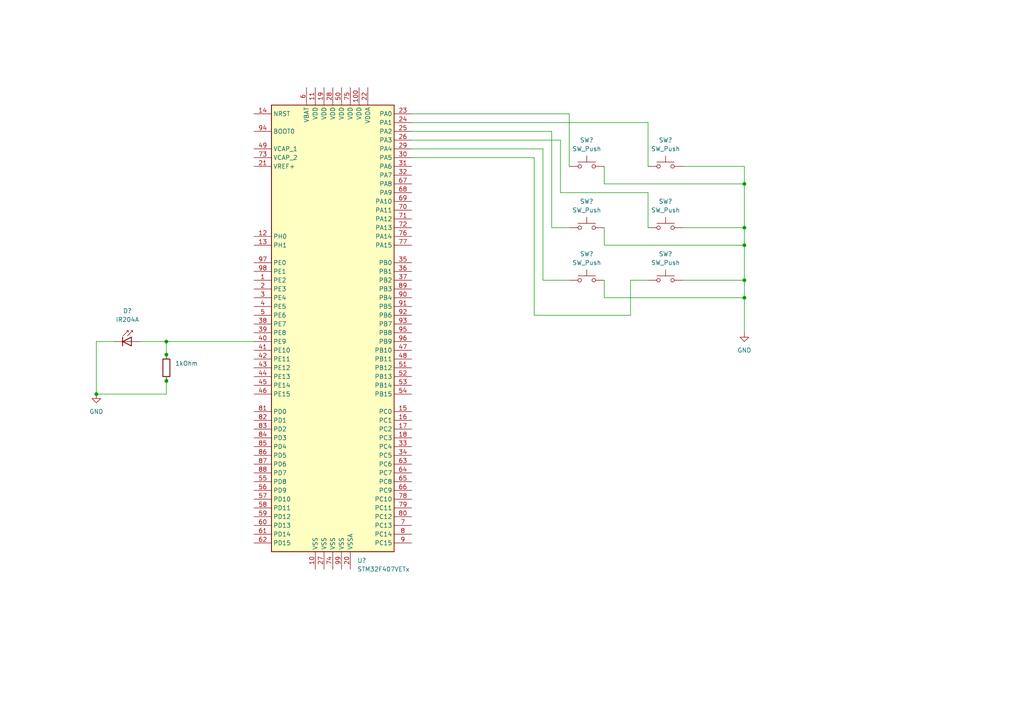
<source format=kicad_sch>
(kicad_sch (version 20211123) (generator eeschema)
  (paper "A4")
  (lib_symbols
    (symbol "Device:R" (pin_numbers hide) (pin_names (offset 0))
      (property "Reference" "R" (at 2.032 0 90))
      (property "Value" "R" (at 0 0 90))
      (symbol "R_0_1"
        (rectangle (start -1.016 -2.54) (end 1.016 2.54) (stroke (width 0.254)))
      )
      (symbol "R_1_1"
        (pin passive line (at 0 3.81 270) (length 1.27) (name "~") (number "1"))
        (pin passive line (at 0 -3.81 90) (length 1.27) (name "~") (number "2"))
      )
    )
    (symbol "LED:IR204A" (pin_numbers hide) (pin_names (offset 1.016) hide)
      (property "Reference" "D" (at 0.508 1.778 0))
      (property "Value" "IR204A" (at -1.016 -2.794 0))
      (symbol "IR204A_0_1"
        (polyline (pts (xy -2.54 1.27) (xy -2.54 -1.27)) (stroke (width 0.254)))
        (polyline (pts (xy 0 0) (xy -2.54 0)))
        (polyline (pts (xy 0.381 3.175) (xy -0.127 3.175)))
        (polyline (pts (xy -1.143 1.651) (xy 0.381 3.175) (xy 0.381 2.667)))
        (polyline (pts (xy 0 1.27) (xy -2.54 0) (xy 0 -1.27) (xy 0 1.27)) (stroke (width 0.254)))
        (polyline (pts (xy -2.413 1.651) (xy -0.889 3.175) (xy -0.889 2.667) (xy -0.889 3.175) (xy -1.397 3.175)))
      )
      (symbol "IR204A_1_1"
        (pin passive line (at -5.08 0 0) (length 2.54) (name "K") (number "1"))
        (pin passive line (at 2.54 0 180) (length 2.54) (name "A") (number "2"))
      )
    )
    (symbol "MCU_ST_STM32F4:STM32F407VETx"
      (property "Reference" "U" (at -17.78 64.77 0))
      (property "Value" "STM32F407VETx" (at 12.7 64.77 0))
      (symbol "STM32F407VETx_0_1"
        (rectangle (start -17.78 -66.04) (end 17.78 63.5) (stroke (width 0.254)) (fill (type background)))
      )
      (symbol "STM32F407VETx_1_1"
        (pin bidirectional line (at -22.86 12.7 0) (length 5.08) (name "PE2") (number "1"))
        (pin power_in line (at -5.08 -71.12 90) (length 5.08) (name "VSS") (number "10"))
        (pin power_in line (at 7.62 68.58 270) (length 5.08) (name "VDD") (number "100"))
        (pin power_in line (at -5.08 68.58 270) (length 5.08) (name "VDD") (number "11"))
        (pin input line (at -22.86 25.4 0) (length 5.08) (name "PH0") (number "12"))
        (pin input line (at -22.86 22.86 0) (length 5.08) (name "PH1") (number "13"))
        (pin input line (at -22.86 60.96 0) (length 5.08) (name "NRST") (number "14"))
        (pin bidirectional line (at 22.86 -25.4 180) (length 5.08) (name "PC0") (number "15"))
        (pin bidirectional line (at 22.86 -27.94 180) (length 5.08) (name "PC1") (number "16"))
        (pin bidirectional line (at 22.86 -30.48 180) (length 5.08) (name "PC2") (number "17"))
        (pin bidirectional line (at 22.86 -33.02 180) (length 5.08) (name "PC3") (number "18"))
        (pin power_in line (at -2.54 68.58 270) (length 5.08) (name "VDD") (number "19"))
        (pin bidirectional line (at -22.86 10.16 0) (length 5.08) (name "PE3") (number "2"))
        (pin power_in line (at 5.08 -71.12 90) (length 5.08) (name "VSSA") (number "20"))
        (pin power_in line (at -22.86 45.72 0) (length 5.08) (name "VREF+") (number "21"))
        (pin power_in line (at 10.16 68.58 270) (length 5.08) (name "VDDA") (number "22"))
        (pin bidirectional line (at 22.86 60.96 180) (length 5.08) (name "PA0") (number "23"))
        (pin bidirectional line (at 22.86 58.42 180) (length 5.08) (name "PA1") (number "24"))
        (pin bidirectional line (at 22.86 55.88 180) (length 5.08) (name "PA2") (number "25"))
        (pin bidirectional line (at 22.86 53.34 180) (length 5.08) (name "PA3") (number "26"))
        (pin power_in line (at -2.54 -71.12 90) (length 5.08) (name "VSS") (number "27"))
        (pin power_in line (at 0 68.58 270) (length 5.08) (name "VDD") (number "28"))
        (pin bidirectional line (at 22.86 50.8 180) (length 5.08) (name "PA4") (number "29"))
        (pin bidirectional line (at -22.86 7.62 0) (length 5.08) (name "PE4") (number "3"))
        (pin bidirectional line (at 22.86 48.26 180) (length 5.08) (name "PA5") (number "30"))
        (pin bidirectional line (at 22.86 45.72 180) (length 5.08) (name "PA6") (number "31"))
        (pin bidirectional line (at 22.86 43.18 180) (length 5.08) (name "PA7") (number "32"))
        (pin bidirectional line (at 22.86 -35.56 180) (length 5.08) (name "PC4") (number "33"))
        (pin bidirectional line (at 22.86 -38.1 180) (length 5.08) (name "PC5") (number "34"))
        (pin bidirectional line (at 22.86 17.78 180) (length 5.08) (name "PB0") (number "35"))
        (pin bidirectional line (at 22.86 15.24 180) (length 5.08) (name "PB1") (number "36"))
        (pin bidirectional line (at 22.86 12.7 180) (length 5.08) (name "PB2") (number "37"))
        (pin bidirectional line (at -22.86 0 0) (length 5.08) (name "PE7") (number "38"))
        (pin bidirectional line (at -22.86 -2.54 0) (length 5.08) (name "PE8") (number "39"))
        (pin bidirectional line (at -22.86 5.08 0) (length 5.08) (name "PE5") (number "4"))
        (pin bidirectional line (at -22.86 -5.08 0) (length 5.08) (name "PE9") (number "40"))
        (pin bidirectional line (at -22.86 -7.62 0) (length 5.08) (name "PE10") (number "41"))
        (pin bidirectional line (at -22.86 -10.16 0) (length 5.08) (name "PE11") (number "42"))
        (pin bidirectional line (at -22.86 -12.7 0) (length 5.08) (name "PE12") (number "43"))
        (pin bidirectional line (at -22.86 -15.24 0) (length 5.08) (name "PE13") (number "44"))
        (pin bidirectional line (at -22.86 -17.78 0) (length 5.08) (name "PE14") (number "45"))
        (pin bidirectional line (at -22.86 -20.32 0) (length 5.08) (name "PE15") (number "46"))
        (pin bidirectional line (at 22.86 -7.62 180) (length 5.08) (name "PB10") (number "47"))
        (pin bidirectional line (at 22.86 -10.16 180) (length 5.08) (name "PB11") (number "48"))
        (pin power_in line (at -22.86 50.8 0) (length 5.08) (name "VCAP_1") (number "49"))
        (pin bidirectional line (at -22.86 2.54 0) (length 5.08) (name "PE6") (number "5"))
        (pin power_in line (at 2.54 68.58 270) (length 5.08) (name "VDD") (number "50"))
        (pin bidirectional line (at 22.86 -12.7 180) (length 5.08) (name "PB12") (number "51"))
        (pin bidirectional line (at 22.86 -15.24 180) (length 5.08) (name "PB13") (number "52"))
        (pin bidirectional line (at 22.86 -17.78 180) (length 5.08) (name "PB14") (number "53"))
        (pin bidirectional line (at 22.86 -20.32 180) (length 5.08) (name "PB15") (number "54"))
        (pin bidirectional line (at -22.86 -45.72 0) (length 5.08) (name "PD8") (number "55"))
        (pin bidirectional line (at -22.86 -48.26 0) (length 5.08) (name "PD9") (number "56"))
        (pin bidirectional line (at -22.86 -50.8 0) (length 5.08) (name "PD10") (number "57"))
        (pin bidirectional line (at -22.86 -53.34 0) (length 5.08) (name "PD11") (number "58"))
        (pin bidirectional line (at -22.86 -55.88 0) (length 5.08) (name "PD12") (number "59"))
        (pin power_in line (at -7.62 68.58 270) (length 5.08) (name "VBAT") (number "6"))
        (pin bidirectional line (at -22.86 -58.42 0) (length 5.08) (name "PD13") (number "60"))
        (pin bidirectional line (at -22.86 -60.96 0) (length 5.08) (name "PD14") (number "61"))
        (pin bidirectional line (at -22.86 -63.5 0) (length 5.08) (name "PD15") (number "62"))
        (pin bidirectional line (at 22.86 -40.64 180) (length 5.08) (name "PC6") (number "63"))
        (pin bidirectional line (at 22.86 -43.18 180) (length 5.08) (name "PC7") (number "64"))
        (pin bidirectional line (at 22.86 -45.72 180) (length 5.08) (name "PC8") (number "65"))
        (pin bidirectional line (at 22.86 -48.26 180) (length 5.08) (name "PC9") (number "66"))
        (pin bidirectional line (at 22.86 40.64 180) (length 5.08) (name "PA8") (number "67"))
        (pin bidirectional line (at 22.86 38.1 180) (length 5.08) (name "PA9") (number "68"))
        (pin bidirectional line (at 22.86 35.56 180) (length 5.08) (name "PA10") (number "69"))
        (pin bidirectional line (at 22.86 -58.42 180) (length 5.08) (name "PC13") (number "7"))
        (pin bidirectional line (at 22.86 33.02 180) (length 5.08) (name "PA11") (number "70"))
        (pin bidirectional line (at 22.86 30.48 180) (length 5.08) (name "PA12") (number "71"))
        (pin bidirectional line (at 22.86 27.94 180) (length 5.08) (name "PA13") (number "72"))
        (pin power_in line (at -22.86 48.26 0) (length 5.08) (name "VCAP_2") (number "73"))
        (pin power_in line (at 0 -71.12 90) (length 5.08) (name "VSS") (number "74"))
        (pin power_in line (at 5.08 68.58 270) (length 5.08) (name "VDD") (number "75"))
        (pin bidirectional line (at 22.86 25.4 180) (length 5.08) (name "PA14") (number "76"))
        (pin bidirectional line (at 22.86 22.86 180) (length 5.08) (name "PA15") (number "77"))
        (pin bidirectional line (at 22.86 -50.8 180) (length 5.08) (name "PC10") (number "78"))
        (pin bidirectional line (at 22.86 -53.34 180) (length 5.08) (name "PC11") (number "79"))
        (pin bidirectional line (at 22.86 -60.96 180) (length 5.08) (name "PC14") (number "8"))
        (pin bidirectional line (at 22.86 -55.88 180) (length 5.08) (name "PC12") (number "80"))
        (pin bidirectional line (at -22.86 -25.4 0) (length 5.08) (name "PD0") (number "81"))
        (pin bidirectional line (at -22.86 -27.94 0) (length 5.08) (name "PD1") (number "82"))
        (pin bidirectional line (at -22.86 -30.48 0) (length 5.08) (name "PD2") (number "83"))
        (pin bidirectional line (at -22.86 -33.02 0) (length 5.08) (name "PD3") (number "84"))
        (pin bidirectional line (at -22.86 -35.56 0) (length 5.08) (name "PD4") (number "85"))
        (pin bidirectional line (at -22.86 -38.1 0) (length 5.08) (name "PD5") (number "86"))
        (pin bidirectional line (at -22.86 -40.64 0) (length 5.08) (name "PD6") (number "87"))
        (pin bidirectional line (at -22.86 -43.18 0) (length 5.08) (name "PD7") (number "88"))
        (pin bidirectional line (at 22.86 10.16 180) (length 5.08) (name "PB3") (number "89"))
        (pin bidirectional line (at 22.86 -63.5 180) (length 5.08) (name "PC15") (number "9"))
        (pin bidirectional line (at 22.86 7.62 180) (length 5.08) (name "PB4") (number "90"))
        (pin bidirectional line (at 22.86 5.08 180) (length 5.08) (name "PB5") (number "91"))
        (pin bidirectional line (at 22.86 2.54 180) (length 5.08) (name "PB6") (number "92"))
        (pin bidirectional line (at 22.86 0 180) (length 5.08) (name "PB7") (number "93"))
        (pin input line (at -22.86 55.88 0) (length 5.08) (name "BOOT0") (number "94"))
        (pin bidirectional line (at 22.86 -2.54 180) (length 5.08) (name "PB8") (number "95"))
        (pin bidirectional line (at 22.86 -5.08 180) (length 5.08) (name "PB9") (number "96"))
        (pin bidirectional line (at -22.86 17.78 0) (length 5.08) (name "PE0") (number "97"))
        (pin bidirectional line (at -22.86 15.24 0) (length 5.08) (name "PE1") (number "98"))
        (pin power_in line (at 2.54 -71.12 90) (length 5.08) (name "VSS") (number "99"))
      )
    )
    (symbol "Switch:SW_Push" (pin_numbers hide) (pin_names (offset 1.016) hide)
      (property "Reference" "SW" (at 1.27 2.54 0))
      (property "Value" "SW_Push" (at 0 -1.524 0))
      (symbol "SW_Push_0_1"
        (circle (center -2.032 0) (radius 0.508))
        (polyline (pts (xy 0 1.27) (xy 0 3.048)))
        (polyline (pts (xy 2.54 1.27) (xy -2.54 1.27)))
        (circle (center 2.032 0) (radius 0.508))
        (pin passive line (at -5.08 0 0) (length 2.54) (name "1") (number "1"))
        (pin passive line (at 5.08 0 180) (length 2.54) (name "2") (number "2"))
      )
    )
    (symbol "power:GND" (power) (pin_names (offset 0))
      (property "Value" "GND" (at 0 -3.81 0))
      (symbol "GND_0_1"
        (polyline (pts (xy 0 0) (xy 0 -1.27) (xy 1.27 -1.27) (xy 0 -2.54) (xy -1.27 -1.27) (xy 0 -1.27)))
      )
      (symbol "GND_1_1"
        (pin power_in line (at 0 0 270) (length 0) hide (name "GND") (number "1"))
      )
    )
  )
  (junction (at 215.9 66.04))
  (junction (at 48.26 102.87))
  (junction (at 215.9 53.34))
  (junction (at 27.94 114.3))
  (junction (at 215.9 86.36))
  (junction (at 48.26 110.49))
  (junction (at 48.26 99.06))
  (junction (at 215.9 81.28))
  (junction (at 215.9 71.12))
  (wire (pts (xy 48.26 114.3) (xy 27.94 114.3)))
  (wire (pts (xy 187.96 35.56) (xy 187.96 48.26)))
  (wire (pts (xy 215.9 81.28) (xy 215.9 86.36)))
  (wire (pts (xy 198.12 48.26) (xy 215.9 48.26)))
  (wire (pts (xy 157.48 81.28) (xy 165.1 81.28)))
  (wire (pts (xy 48.26 102.87) (xy 48.26 104.14)))
  (wire (pts (xy 198.12 66.04) (xy 215.9 66.04)))
  (wire (pts (xy 48.26 110.49) (xy 48.26 114.3)))
  (wire (pts (xy 215.9 48.26) (xy 215.9 53.34)))
  (wire (pts (xy 162.56 55.88) (xy 187.96 55.88)))
  (wire (pts (xy 175.26 81.28) (xy 175.26 86.36)))
  (wire (pts (xy 119.38 35.56) (xy 187.96 35.56)))
  (wire (pts (xy 215.9 66.04) (xy 215.9 71.12)))
  (wire (pts (xy 182.88 81.28) (xy 182.88 91.44)))
  (wire (pts (xy 48.26 109.22) (xy 48.26 110.49)))
  (wire (pts (xy 175.26 66.04) (xy 175.26 71.12)))
  (wire (pts (xy 154.94 45.72) (xy 119.38 45.72)))
  (wire (pts (xy 175.26 71.12) (xy 215.9 71.12)))
  (wire (pts (xy 175.26 48.26) (xy 175.26 53.34)))
  (wire (pts (xy 187.96 55.88) (xy 187.96 66.04)))
  (wire (pts (xy 48.26 99.06) (xy 73.66 99.06)))
  (wire (pts (xy 119.38 33.02) (xy 165.1 33.02)))
  (wire (pts (xy 119.38 38.1) (xy 160.02 38.1)))
  (wire (pts (xy 40.64 99.06) (xy 48.26 99.06)))
  (wire (pts (xy 165.1 33.02) (xy 165.1 48.26)))
  (wire (pts (xy 33.02 99.06) (xy 27.94 99.06)))
  (wire (pts (xy 182.88 91.44) (xy 154.94 91.44)))
  (wire (pts (xy 175.26 86.36) (xy 215.9 86.36)))
  (wire (pts (xy 160.02 66.04) (xy 165.1 66.04)))
  (wire (pts (xy 162.56 40.64) (xy 162.56 55.88)))
  (wire (pts (xy 160.02 38.1) (xy 160.02 66.04)))
  (wire (pts (xy 48.26 99.06) (xy 48.26 102.87)))
  (wire (pts (xy 215.9 53.34) (xy 215.9 66.04)))
  (wire (pts (xy 27.94 99.06) (xy 27.94 114.3)))
  (wire (pts (xy 215.9 71.12) (xy 215.9 81.28)))
  (wire (pts (xy 154.94 91.44) (xy 154.94 45.72)))
  (wire (pts (xy 215.9 86.36) (xy 215.9 96.52)))
  (wire (pts (xy 187.96 81.28) (xy 182.88 81.28)))
  (wire (pts (xy 175.26 53.34) (xy 215.9 53.34)))
  (wire (pts (xy 119.38 43.18) (xy 157.48 43.18)))
  (wire (pts (xy 157.48 43.18) (xy 157.48 81.28)))
  (wire (pts (xy 198.12 81.28) (xy 215.9 81.28)))
  (wire (pts (xy 119.38 40.64) (xy 162.56 40.64)))
  (symbol (lib_id "LED:IR204A") (at 38.1 99.06 0) (unit 1)
    (property "Reference" "D?" (at 36.957 90.17 0))
    (property "Value" "IR204A" (at 36.957 92.71 0))
    (property "Footprint" "LED_THT:LED_D3.0mm_IRBlack" (effects hide))
    (property "Datasheet" "http://www.everlight.com/file/ProductFile/IR204-A.pdf" (effects hide))
  )
  (symbol (lib_id "Device:R") (at 48.26 106.68 0) (unit 1)
    (property "Reference" "1kOhm" (at 50.8 105.4099 0) (effects (justify left)))
    (property "Value" "2" (effects hide))
  )
  (symbol (lib_id "Switch:SW_Push") (at 170.18 48.26 0) (unit 1)
    (property "Reference" "SW?" (at 170.18 40.64 0))
    (property "Value" "SW_Push" (at 170.18 43.18 0))
  )
  (symbol (lib_id "power:GND") (at 215.9 96.52 0) (unit 1)
    (property "Reference" "#PWR?" (effects hide))
    (property "Value" "GND" (at 215.9 101.6 0))
  )
  (symbol (lib_id "Switch:SW_Push") (at 170.18 81.28 0) (unit 1)
    (property "Reference" "SW?" (at 170.18 73.66 0))
    (property "Value" "SW_Push" (at 170.18 76.2 0))
  )
  (symbol (lib_id "Switch:SW_Push") (at 193.04 66.04 0) (unit 1)
    (property "Reference" "SW?" (at 193.04 58.42 0))
    (property "Value" "SW_Push" (at 193.04 60.96 0))
  )
  (symbol (lib_id "MCU_ST_STM32F4:STM32F407VETx") (at 96.52 93.98 0) (unit 1)
    (property "Reference" "U?" (at 103.6194 162.56 0) (effects (justify left)))
    (property "Value" "STM32F407VETx" (at 103.6194 165.1 0) (effects (justify left)))
    (property "Footprint" "Package_QFP:LQFP-100_14x14mm_P0.5mm" (effects hide))
    (property "Datasheet" "http://www.st.com/st-web-ui/static/active/en/resource/technical/document/datasheet/DM00037051.pdf" (effects hide))
  )
  (symbol (lib_id "Switch:SW_Push") (at 193.04 81.28 0) (unit 1)
    (property "Reference" "SW?" (at 193.04 73.66 0))
    (property "Value" "SW_Push" (at 193.04 76.2 0))
  )
  (symbol (lib_id "power:GND") (at 27.94 114.3 0) (unit 1)
    (property "Reference" "#PWR?" (effects hide))
    (property "Value" "GND" (at 27.94 119.38 0))
  )
  (symbol (lib_id "Switch:SW_Push") (at 170.18 66.04 0) (unit 1)
    (property "Reference" "SW?" (at 170.18 58.42 0))
    (property "Value" "SW_Push" (at 170.18 60.96 0))
  )
  (symbol (lib_id "Switch:SW_Push") (at 193.04 48.26 0) (unit 1)
    (property "Reference" "SW?" (at 193.04 40.64 0))
    (property "Value" "SW_Push" (at 193.04 43.18 0))
  )
)
</source>
